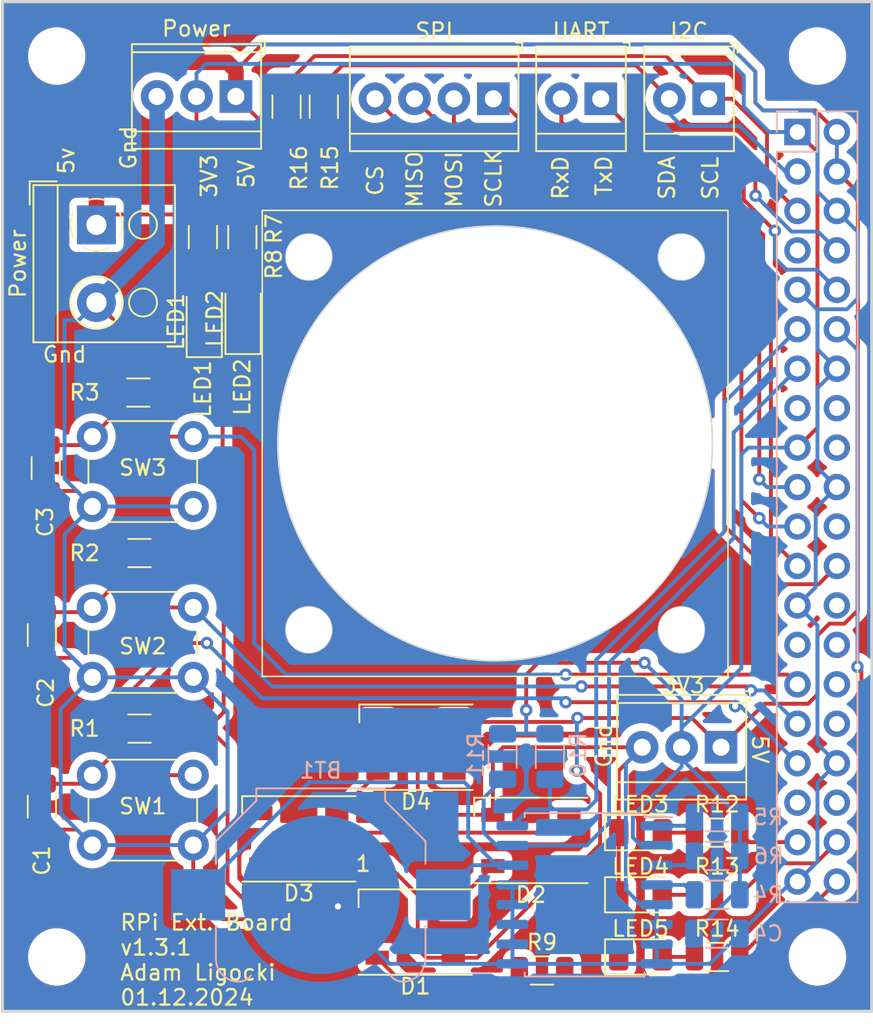
<source format=kicad_pcb>
(kicad_pcb (version 20240108) (generator "pcbnew") (generator_version "8.0")
  (layers (0 "F.Cu" signal) (31 "B.Cu" signal) (34 "B.Paste" user) (35 "F.Paste" user) (36 "B.SilkS" user "B.Silkscreen") (37 "F.SilkS" user "F.Silkscreen") (38 "B.Mask" user) (39 "F.Mask" user) (44 "Edge.Cuts" user))
  (net 0 "")
  (net 2 "Net-(D1-DIN)")
  (net 4 "BTN_1")
  (net 13 "LED_1")
  (net 14 "LED_2")
  (net 15 "VCC")
  (net 16 "Net-(D1-DOUT)")
  (net 17 "GND")
  (net 18 "RGB_LEDS")
  (net 19 "Net-(D2-DOUT)")
  (net 20 "Net-(D3-DOUT)")
  (net 22 "+3V3")
  (net 23 "BTN_2")
  (net 24 "BTN_3")
  (net 26 "SCL")
  (net 27 "SDA")
  (net 28 "TXD")
  (net 29 "RXD")
  (net 30 "MOSI")
  (net 31 "MISO")
  (net 32 "SCLK")
  (net 33 "SS")
  (net 34 "+BATT")
  (net 35 "Net-(U3-~{RST})")
  (net 36 "Net-(U3-32KHZ)")
  (net 37 "Net-(U3-~{INT}{slash}SQW)")
  (net 38 "SYS_SCL")
  (net 39 "SYS_SDA")
  (net 41 "LED 3")
  (net 42 "Net-(LED1-A)")
  (net 43 "Net-(LED2-A)")
  (net 44 "Net-(LED3-A)")
  (net 45 "Net-(LED4-A)")
  (net 46 "Net-(LED5-A)")
  (footprint "LED_SMD:LED_1206_3216Metric" (layer "F.Cu") (at 149.6 134)
    (property "Reference" "LED5")
    (property "Value" "~")
  )
  (footprint "Resistor_SMD:R_1206_3216Metric" (layer "F.Cu") (at 117.3275 108 180)
    (property "Reference" "R2")
    (property "Value" "10k")
  )
  (footprint "TerminalBlock_TE-Connectivity:TerminalBlock_TE_282834-4_1x04_P2.54mm_Horizontal" (layer "F.Cu") (at 140.12 78.75 180)
    (property "Reference" "J6" (hide yes))
    (property "Value" "SPI")
  )
  (footprint "Capacitor_SMD:C_1206_3216Metric" (layer "F.Cu") (at 111.04 124.325 -90)
    (property "Reference" "C1")
    (property "Value" "100n")
  )
  (footprint "Resistor_SMD:R_1206_3216Metric" (layer "F.Cu") (at 126.8 79.2625 90)
    (property "Reference" "R16")
    (property "Value" "2k2")
  )
  (footprint "TerminalBlock_TE-Connectivity:TerminalBlock_TE_282834-2_1x02_P2.54mm_Horizontal" (layer "F.Cu") (at 154 78.75 180)
    (property "Reference" "J4" (hide yes))
    (property "Value" "I2C")
  )
  (footprint "LED_SMD:LED_1206_3216Metric" (layer "F.Cu") (at 121.5 93.1 90)
    (property "Reference" "LED1")
    (property "Value" "~")
  )
  (footprint "Resistor_SMD:R_1206_3216Metric" (layer "F.Cu") (at 129.2 79.2625 90)
    (property "Reference" "R15")
    (property "Value" "2k2")
  )
  (footprint "my_footprint_lib:FAN_30" (layer "F.Cu") (at 155.235 85.938 180)
    (property "Reference" "U2" (hide yes))
    (property "Value" "~" (hide yes))
    (fp_circle (center 27 -3) (end 25.5 -3) (stroke (width 0.05)) (fill none) (layer "Edge.Cuts"))
    (fp_circle (center 27 -27) (end 25.5 -27) (stroke (width 0.05)) (fill none) (layer "Edge.Cuts"))
    (fp_circle (center 15 -15) (end 29 -15) (stroke (width 0.1)) (fill none) (layer "Edge.Cuts"))
    (fp_circle (center 3 -3) (end 1.5 -3) (stroke (width 0.05)) (fill none) (layer "Edge.Cuts"))
    (fp_circle (center 3 -27) (end 1.5 -27) (stroke (width 0.05)) (fill none) (layer "Edge.Cuts"))
  )
  (footprint "Capacitor_SMD:C_1206_3216Metric" (layer "F.Cu") (at 111.29 102.525 -90)
    (property "Reference" "C3")
    (property "Value" "100n")
  )
  (footprint "TerminalBlock_TE-Connectivity:TerminalBlock_TE_282834-2_1x02_P2.54mm_Horizontal" (layer "F.Cu") (at 147.04 78.75 180)
    (property "Reference" "J5" (hide yes))
    (property "Value" "UART")
  )
  (footprint "LED_SMD:LED_1206_3216Metric" (layer "F.Cu") (at 124 92.9 90)
    (property "Reference" "LED2")
    (property "Value" "~")
  )
  (footprint "MountingHole:MountingHole_3.2mm_M3" (layer "F.Cu") (at 161 76)
    (property "Reference" "H2" (hide yes))
    (property "Value" "MountingHole" (hide yes))
  )
  (footprint "Resistor_SMD:R_1206_3216Metric" (layer "F.Cu") (at 154.5375 134)
    (property "Reference" "R14")
    (property "Value" "10k")
  )
  (footprint "LED_SMD:LED_1206_3216Metric" (layer "F.Cu") (at 149.6 130)
    (property "Reference" "LED4")
    (property "Value" "~")
  )
  (footprint "LED_SMD:LED_WS2812B_PLCC4_5.0x5.0mm_P3.2mm" (layer "F.Cu") (at 127.59 126.4 180)
    (property "Reference" "D3")
    (property "Value" "WS2812B")
  )
  (footprint "LED_SMD:LED_WS2812B_PLCC4_5.0x5.0mm_P3.2mm" (layer "F.Cu") (at 142.54 126.5 180)
    (property "Reference" "D2")
    (property "Value" "WS2812B")
  )
  (footprint "Resistor_SMD:R_1206_3216Metric" (layer "F.Cu") (at 117.3275 119.3 180)
    (property "Reference" "R1")
    (property "Value" "10k")
  )
  (footprint "Resistor_SMD:R_1206_3216Metric" (layer "F.Cu") (at 121.412 87.66048 90)
    (property "Reference" "R7")
    (property "Value" "4k7")
  )
  (footprint "MountingHole:MountingHole_3.2mm_M3" (layer "F.Cu") (at 112 76)
    (property "Reference" "H1" (hide yes))
    (property "Value" "MountingHole" (hide yes))
  )
  (footprint "LED_SMD:LED_WS2812B_PLCC4_5.0x5.0mm_P3.2mm" (layer "F.Cu") (at 135.09 132.4 180)
    (property "Reference" "D1")
    (property "Value" "WS2812B")
  )
  (footprint "MountingHole:MountingHole_3.2mm_M3" (layer "F.Cu") (at 161 134)
    (property "Reference" "H3" (hide yes))
    (property "Value" "MountingHole" (hide yes))
  )
  (footprint "Capacitor_SMD:C_1206_3216Metric" (layer "F.Cu") (at 111.04 113.275 -90)
    (property "Reference" "C2")
    (property "Value" "100n")
  )
  (footprint "Resistor_SMD:R_1206_3216Metric" (layer "F.Cu") (at 143.256 134.874)
    (property "Reference" "R9")
    (property "Value" "220R")
  )
  (footprint "Resistor_SMD:R_1206_3216Metric" (layer "F.Cu") (at 154.5375 126)
    (property "Reference" "R12")
    (property "Value" "10k")
  )
  (footprint "LED_SMD:LED_WS2812B_PLCC4_5.0x5.0mm_P3.2mm" (layer "F.Cu") (at 135.14 120.5 180)
    (property "Reference" "D4")
    (property "Value" "WS2812B")
  )
  (footprint "TerminalBlock_RND:TerminalBlock_RND_205-00001_1x02_P5.00mm_Horizontal" (layer "F.Cu") (at 114.554 86.868 -90)
    (property "Reference" "J1" (hide yes))
    (property "Value" "Power")
  )
  (footprint "Resistor_SMD:R_1206_3216Metric" (layer "F.Cu") (at 123.952 87.66048 90)
    (property "Reference" "R8")
    (property "Value" "4k7")
  )
  (footprint "TerminalBlock_TE-Connectivity:TerminalBlock_TE_282834-3_1x03_P2.54mm_Horizontal" (layer "F.Cu") (at 123.54 78.6 180)
    (property "Reference" "J2" (hide yes))
    (property "Value" "Power")
  )
  (footprint "TerminalBlock_TE-Connectivity:TerminalBlock_TE_282834-3_1x03_P2.54mm_Horizontal" (layer "F.Cu") (at 154.79 120.5 180)
    (property "Reference" "J3" (hide yes))
    (property "Value" "Fan_power")
  )
  (footprint "Resistor_SMD:R_1206_3216Metric" (layer "F.Cu") (at 154.5375 130)
    (property "Reference" "R13")
    (property "Value" "10k")
  )
  (footprint "Button_Switch_THT:SW_PUSH_6mm_H5mm" (layer "F.Cu") (at 120.79 116 180)
    (property "Reference" "SW2")
    (property "Value" "SW_DIP_x01" (hide yes))
  )
  (footprint "Button_Switch_THT:SW_PUSH_6mm_H5mm" (layer "F.Cu") (at 120.79 105 180)
    (property "Reference" "SW3")
    (property "Value" "SW_DIP_x01" (hide yes))
  )
  (footprint "LED_SMD:LED_1206_3216Metric" (layer "F.Cu") (at 149.6 126)
    (property "Reference" "LED3")
    (property "Value" "~")
  )
  (footprint "Button_Switch_THT:SW_PUSH_6mm_H5mm" (layer "F.Cu") (at 120.79 126.8 180)
    (property "Reference" "SW1")
    (property "Value" "SW_DIP_x01" (hide yes))
  )
  (footprint "MountingHole:MountingHole_3.2mm_M3" (layer "F.Cu") (at 112 134)
    (property "Reference" "H4" (hide yes))
    (property "Value" "MountingHole" (hide yes))
  )
  (footprint "Resistor_SMD:R_1206_3216Metric" (layer "F.Cu") (at 117.2525 97.663 180)
    (property "Reference" "R3")
    (property "Value" "10k")
  )
  (footprint "Resistor_SMD:R_1206_3216Metric" (layer "B.Cu") (at 154.5375 127.5 180)
    (property "Reference" "R6")
    (property "Value" "4k7" (hide yes))
  )
  (footprint "Resistor_SMD:R_1206_3216Metric" (layer "B.Cu") (at 154.5375 130 180)
    (property "Reference" "R4")
    (property "Value" "4k7" (hide yes))
  )
  (footprint "Package_SO:SOIC-16W_7.5x10.3mm_P1.27mm" (layer "B.Cu") (at 146 130 180)
    (property "Reference" "U3" (hide yes))
    (property "Value" "DS3231M")
  )
  (footprint "Battery:BatteryHolder_Keystone_3000_1x12mm" (layer "B.Cu") (at 129 130 180)
    (property "Reference" "BT1")
    (property "Value" "RTC_BATT")
  )
  (footprint "Resistor_SMD:R_1206_3216Metric" (layer "B.Cu") (at 154.5375 125 180)
    (property "Reference" "R5")
    (property "Value" "4k7" (hide yes))
  )
  (footprint "Capacitor_SMD:C_1206_3216Metric" (layer "B.Cu") (at 154.525 132.5)
    (property "Reference" "C4")
    (property "Value" "100n" (hide yes))
  )
  (footprint "Connector_PinSocket_2.54mm:PinSocket_2x20_P2.54mm_Vertical" (layer "B.Cu") (at 159.71 80.89 180)
    (property "Reference" "U1" (hide yes))
    (property "Value" "~")
  )
  (footprint "Resistor_SMD:R_1206_3216Metric" (layer "B.Cu") (at 143.764 121.0965 90)
    (property "Reference" "R10")
    (property "Value" "1k8")
  )
  (footprint "Resistor_SMD:R_1206_3216Metric" (layer "B.Cu") (at 140.716 121.0965 90)
    (property "Reference" "R11")
    (property "Value" "1k8")
  )
  (gr_rect (start 108.5 72.5) (end 164.5 137.5) (stroke (width 0.2)) (fill none) (layer "Edge.Cuts"))
  (gr_text "MISO" (at 135.636 85.852 90) (layer "F.SilkS") (effects (font (size 1 1)) (justify left bottom)))
  (gr_text "SCL\n" (at 154.686 85.344 90) (layer "F.SilkS") (effects (font (size 1 1)) (justify left bottom)))
  (gr_text "Gnd" (at 117.2 83.4 90) (layer "F.SilkS") (effects (font (size 1 1)) (justify left bottom)))
  (gr_text "SDA" (at 151.892 85.344 90) (layer "F.SilkS") (effects (font (size 1 1)) (justify left bottom)))
  (gr_text "3V3" (at 150.876 117.094 0) (layer "F.SilkS") (effects (font (size 1 1)) (justify left bottom)))
  (gr_text "3V3\n" (at 122.4 85.2 90) (layer "F.SilkS") (effects (font (size 1 1)) (justify left bottom)))
  (gr_text "5v\n" (at 113.2 83.693 90) (layer "F.SilkS") (effects (font (size 1 1)) (justify left bottom)))
  (gr_text "LED2\n" (at 123.952 97.31248 90) (layer "F.SilkS") (effects (font (size 1 1))))
  (gr_text "RPi Ext. Board\nv1.3.1\nAdam Ligocki\n01.12.2024\n" (at 116 137.2 0) (layer "F.SilkS") (effects (font (size 1 1)) (justify left bottom)))
  (gr_text "RxD" (at 145.034 85.344 90) (layer "F.SilkS") (effects (font (size 1 1)) (justify left bottom)))
  (gr_text "Gnd" (at 147.828 121.92 90) (layer "F.SilkS") (effects (font (size 1 1)) (justify left bottom)))
  (gr_text "SCLK" (at 140.716 85.852 90) (layer "F.SilkS") (effects (font (size 1 1)) (justify left bottom)))
  (gr_text "TxD" (at 147.828 85.09 90) (layer "F.SilkS") (effects (font (size 1 1)) (justify left bottom)))
  (gr_text "Gnd" (at 111 95.8 0) (layer "F.SilkS") (effects (font (size 1 1)) (justify left bottom)))
  (gr_text "5V" (at 156.718 119.634 -90) (layer "F.SilkS") (effects (font (size 1 1)) (justify left bottom)))
  (gr_text "MOSI" (at 138.176 85.852 90) (layer "F.SilkS") (effects (font (size 1 1)) (justify left bottom)))
  (gr_text "5V\n" (at 124.8 84.6 90) (layer "F.SilkS") (effects (font (size 1 1)) (justify left bottom)))
  (gr_text "CS" (at 133.096 85.09 90) (layer "F.SilkS") (effects (font (size 1 1)) (justify left bottom)))
  (gr_text "LED1\n" (at 121.412 97.43948 90) (layer "F.SilkS") (effects (font (size 1 1))))
  (segment (start 134.112 135.522) (end 132.64 134.05) (width 0.25) (layer "F.Cu") (net 2))
  (segment (start 141.0315 135.636) (end 134.112 135.636) (width 0.25) (layer "F.Cu") (net 2))
  (segment (start 141.7935 134.874) (end 141.0315 135.636) (width 0.25) (layer "F.Cu") (net 2))
  (segment (start 134.112 135.636) (end 134.112 135.522) (width 0.25) (layer "F.Cu") (net 2))
  (segment (start 144.78 117.602) (end 155.448 117.602) (width 0.25) (layer "F.Cu") (net 4))
  (segment (start 117.44 122.3) (end 120.79 122.3) (width 0.25) (layer "F.Cu") (net 4))
  (segment (start 115.865 120.725) (end 117.44 122.3) (width 0.25) (layer "F.Cu") (net 4))
  (segment (start 115.865 119.3) (end 115.865 120.725) (width 0.25) (layer "F.Cu") (net 4))
  (segment (start 117.856 115.824) (end 119.888 113.792) (width 0.25) (layer "F.Cu") (net 4))
  (segment (start 115.865 120.725) (end 114.29 122.3) (width 0.25) (layer "F.Cu") (net 4))
  (segment (start 119.888 113.792) (end 121.666 113.792) (width 0.25) (layer "F.Cu") (net 4))
  (segment (start 115.865 119.3) (end 115.865 117.815) (width 0.25) (layer "F.Cu") (net 4))
  (segment (start 113.74 122.85) (end 114.29 122.3) (width 0.25) (layer "F.Cu") (net 4))
  (segment (start 111.04 122.85) (end 113.74 122.85) (width 0.25) (layer "F.Cu") (net 4))
  (segment (start 155.448 117.602) (end 155.702 117.856) (width 0.25) (layer "F.Cu") (net 4))
  (segment (start 115.865 117.815) (end 117.856 115.824) (width 0.25) (layer "F.Cu") (net 4))
  (via (at 121.666 113.792) (size 0.8) (drill 0.4) (layers "F.Cu" "B.Cu") (net 4))
  (via (at 144.78 117.602) (size 0.8) (drill 0.4) (layers "F.Cu" "B.Cu") (net 4))
  (via (at 155.702 117.856) (size 0.8) (drill 0.4) (layers "F.Cu" "B.Cu") (net 4))
  (segment (start 156.036 117.856) (end 159.71 121.53) (width 0.25) (layer "B.Cu") (net 4))
  (segment (start 144.526 117.348) (end 144.78 117.602) (width 0.25) (layer "B.Cu") (net 4))
  (segment (start 155.702 117.856) (end 156.036 117.856) (width 0.25) (layer "B.Cu") (net 4))
  (segment (start 121.666 113.792) (end 125.222 117.348) (width 0.25) (layer "B.Cu") (net 4))
  (segment (start 125.222 117.348) (end 144.526 117.348) (width 0.25) (layer "B.Cu") (net 4))
  (segment (start 156 126) (end 156.61 126.61) (width 0.25) (layer "F.Cu") (net 13))
  (segment (start 156.61 126.61) (end 159.71 126.61) (width 0.25) (layer "F.Cu") (net 13))
  (segment (start 160.885 127.975) (end 162.25 126.61) (width 0.25) (layer "F.Cu") (net 14))
  (segment (start 156 130) (end 158.025 127.975) (width 0.25) (layer "F.Cu") (net 14))
  (segment (start 158.025 127.975) (end 160.885 127.975) (width 0.25) (layer "F.Cu") (net 14))
  (segment (start 145.6 128.15) (end 144.99 128.15) (width 0.25) (layer "F.Cu") (net 15))
  (segment (start 123.54 76.94) (end 123.54 78.6) (width 1) (layer "F.Cu") (net 15))
  (segment (start 160.86 79.5) (end 157.5 79.5) (width 0.25) (layer "F.Cu") (net 15))
  (segment (start 162.25 80.89) (end 160.86 79.5) (width 0.25) (layer "F.Cu") (net 15))
  (segment (start 147 126.75) (end 145.6 128.15) (width 0.25) (layer "F.Cu") (net 15))
  (segment (start 122.682 106.932) (end 122.75 107) (width 0.25) (layer "F.Cu") (net 15))
  (segment (start 121.7 119.3) (end 122.75 118.25) (width 0.25) (layer "F.Cu") (net 15))
  (segment (start 115.22402 86.19798) (end 114.554 86.868) (width 0.25) (layer "F.Cu") (net 15))
  (segment (start 162.736701 112.545) (end 163.6 111.681701) (width 0.25) (layer "F.Cu") (net 15))
  (segment (start 117.8 76.4) (end 123 76.4) (width 1) (layer "F.Cu") (net 15))
  (segment (start 133.3 128.05) (end 135.25 130) (width 0.25) (layer "F.Cu") (net 15))
  (segment (start 123 120.5) (end 123 129.25) (width 0.25) (layer "F.Cu") (net 15))
  (segment (start 118.715 97.663) (end 122.301 97.663) (width 0.25) (layer "F.Cu") (net 15))
  (segment (start 122.682 98.044) (end 122.682 106.932) (width 0.25) (layer "F.Cu") (net 15))
  (segment (start 157 77) (end 155.25 75.25) (width 0.25) (layer "F.Cu") (net 15))
  (segment (start 139.378 118.872) (end 137.59 120.66) (width 0.25) (layer "F.Cu") (net 15))
  (segment (start 163.6 84.78) (end 162.25 83.43) (width 0.25) (layer "F.Cu") (net 15))
  (segment (start 121.412 86.19798) (end 115.22402 86.19798) (width 0.25) (layer "F.Cu") (net 15))
  (segment (start 121.7 119.3) (end 121.75 119.25) (width 0.25) (layer "F.Cu") (net 15))
  (segment (start 137.54 134.05) (end 139.09 134.05) (width 0.25) (layer "F.Cu") (net 15))
  (segment (start 157.5 79.5) (end 157 79) (width 0.25) (layer "F.Cu") (net 15))
  (segment (start 126.8 80.725) (end 125.665 80.725) (width 0.25) (layer "F.Cu") (net 15))
  (segment (start 145.542 118.618) (end 145.288 118.872) (width 0.25) (layer "F.Cu") (net 15))
  (segment (start 163.6 111.681701) (end 163.6 84.78) (width 0.25) (layer "F.Cu") (net 15))
  (segment (start 147 123.5) (end 147 126.75) (width 0.25) (layer "F.Cu") (net 15))
  (segment (start 154.79 120.5) (end 152.908 118.618) (width 0.25) (layer "F.Cu") (net 15))
  (segment (start 125.665 80.725) (end 123.54 78.6) (width 0.25) (layer "F.Cu") (net 15))
  (segment (start 114.554 79.646) (end 117.8 76.4) (width 1) (layer "F.Cu") (net 15))
  (segment (start 123 129.25) (end 124 130.25) (width 0.25) (layer "F.Cu") (net 15))
  (segment (start 157 79) (end 157 77) (width 0.25) (layer "F.Cu") (net 15))
  (segment (start 118.79 119.3) (end 121.7 119.3) (width 0.25) (layer "F.Cu") (net 15))
  (segment (start 161.763299 112.545) (end 162.736701 112.545) (width 0.25) (layer "F.Cu") (net 15))
  (segment (start 137.59 120.66) (end 137.59 122.15) (width 0.25) (layer "F.Cu") (net 15))
  (segment (start 161 113.308299) (end 161.763299 112.545) (width 0.25) (layer "F.Cu") (net 15))
  (segment (start 122.75 109) (end 121.75 108) (width 0.25) (layer "F.Cu") (net 15))
  (segment (start 139.09 134.05) (end 144.99 128.15) (width 0.25) (layer "F.Cu") (net 15))
  (segment (start 122.75 118.25) (end 122.75 109) (width 0.25) (layer "F.Cu") (net 15))
  (segment (start 125.23 75.25) (end 123.54 76.94) (width 0.25) (layer "F.Cu") (net 15))
  (segment (start 135.25 133.5) (end 135.8 134.05) (width 0.25) (layer "F.Cu") (net 15))
  (segment (start 154.79 120.5) (end 157.59 117.7) (width 0.25) (layer "F.Cu") (net 15))
  (segment (start 145.5 122) (end 147 123.5) (width 0.25) (layer "F.Cu") (net 15))
  (segment (start 122.301 97.663) (end 122.682 98.044) (width 0.25) (layer "F.Cu") (net 15))
  (segment (start 123 76.4) (end 123.54 76.94) (width 1) (layer "F.Cu") (net 15))
  (segment (start 124 130.25) (end 127.84 130.25) (width 0.25) (layer "F.Cu") (net 15))
  (segment (start 160.4 117.7) (end 161 117.1) (width 0.25) (layer "F.Cu") (net 15))
  (segment (start 121.75 119.25) (end 123 120.5) (width 0.25) (layer "F.Cu") (net 15))
  (segment (start 157.59 117.7) (end 160.4 117.7) (width 0.25) (layer "F.Cu") (net 15))
  (segment (start 121.75 108) (end 122.75 107) (width 0.25) (layer "F.Cu") (net 15))
  (segment (start 152.908 118.618) (end 145.542 118.618) (width 0.25) (layer "F.Cu") (net 15))
  (segment (start 121.75 108) (end 118.79 108) (width 0.25) (layer "F.Cu") (net 15))
  (segment (start 127.84 130.25) (end 130.04 128.05) (width 0.25) (layer "F.Cu") (net 15))
  (segment (start 123.952 78.838) (end 124.04 78.75) (width 0.25) (layer "F.Cu") (net 15))
  (segment (start 129.2 80.725) (end 126.8 80.725) (width 0.25) (layer "F.Cu") (net 15))
  (segment (start 135.8 134.05) (end 137.54 134.05) (width 0.25) (layer "F.Cu") (net 15))
  (segment (start 114.554 86.868) (end 114.554 79.646) (width 1) (layer "F.Cu") (net 15))
  (segment (start 130.04 128.05) (end 133.3 128.05) (width 0.25) (layer "F.Cu") (net 15))
  (segment (start 161 117.1) (end 161 113.308299) (width 0.25) (layer "F.Cu") (net 15))
  (segment (start 155.25 75.25) (end 125.23 75.25) (width 0.25) (layer "F.Cu") (net 15))
  (segment (start 145.288 118.872) (end 139.378 118.872) (width 0.25) (layer "F.Cu") (net 15))
  (segment (start 135.25 130) (end 135.25 133.5) (width 0.25) (layer "F.Cu") (net 15))
  (via (at 145.5 122) (size 0.8) (drill 0.4) (layers "F.Cu" "B.Cu") (net 15))
  (via (at 145.542 118.618) (size 0.8) (drill 0.4) (layers "F.Cu" "B.Cu") (net 15))
  (segment (start 145.5 118.66) (end 145.542 118.618) (width 0.25) (layer "B.Cu") (net 15))
  (segment (start 145.5 122) (end 145.5 118.66) (width 0.25) (layer "B.Cu") (net 15))
  (segment (start 162.25 80.89) (end 162.25 83.43) (width 0.25) (layer "B.Cu") (net 15))
  (segment (start 137.54 130.75) (end 137.54 130.7) (width 0.25) (layer "F.Cu") (net 16))
  (segment (start 137.54 130.7) (end 140.09 128.15) (width 0.25) (layer "F.Cu") (net 16))
  (segment (start 120.79 129.68) (end 120.79 126.8) (width 0.25) (layer "F.Cu") (net 17))
  (segment (start 148.2 126) (end 148.2 130) (width 0.25) (layer "F.Cu") (net 17))
  (segment (start 129.286 131.572) (end 122.682 131.572) (width 0.25) (layer "F.Cu") (net 17))
  (segment (start 135.25 123.25) (end 137 125) (width 0.25) (layer "F.Cu") (net 17))
  (segment (start 148.2 122.01) (end 149.71 120.5) (width 0.25) (layer "F.Cu") (net 17))
  (segment (start 111.04 114.75) (end 113.04 114.75) (width 0.25) (layer "F.Cu") (net 17))
  (segment (start 113.04 114.75) (end 114.29 116) (width 0.25) (layer "F.Cu") (net 17))
  (segment (start 113.29 104) (end 114.29 105) (width 0.25) (layer "F.Cu") (net 17))
  (segment (start 140.09 121.16) (end 140.75 120.5) (width 0.25) (layer "F.Cu") (net 17))
  (segment (start 130.108 130.75) (end 129.286 131.572) (width 0.25) (layer "F.Cu") (net 17))
  (segment (start 122.682 131.572) (end 120.79 129.68) (width 0.25) (layer "F.Cu") (net 17))
  (segment (start 111.29 104) (end 113.29 104) (width 0.25) (layer "F.Cu") (net 17))
  (segment (start 148.2 130) (end 148.2 134) (width 0.25) (layer "F.Cu") (net 17))
  (segment (start 126.65 118.85) (end 132.69 118.85) (width 0.25) (layer "F.Cu") (net 17))
  (segment (start 121.412 94.742) (end 117.428 94.742) (width 0.25) (layer "F.Cu") (net 17))
  (segment (start 137 125) (end 137.15 124.85) (width 0.25) (layer "F.Cu") (net 17))
  (segment (start 140.09 124.85) (end 140.09 121.16) (width 0.25) (layer "F.Cu") (net 17))
  (segment (start 132.64 130.75) (end 130.108 130.75) (width 0.25) (layer "F.Cu") (net 17))
  (segment (start 123.952 94.742) (end 121.412 94.742) (width 0.25) (layer "F.Cu") (net 17))
  (segment (start 140.75 120.5) (end 149.71 120.5) (width 0.25) (layer "F.Cu") (net 17))
  (segment (start 125.14 120.36) (end 126.65 118.85) (width 0.25) (layer "F.Cu") (net 17))
  (segment (start 148.2 126) (end 148.2 122.01) (width 0.25) (layer "F.Cu") (net 17))
  (segment (start 111.04 125.8) (end 113.29 125.8) (width 0.25) (layer "F.Cu") (net 17))
  (segment (start 125.14 124.75) (end 125.14 120.36) (width 0.25) (layer "F.Cu") (net 17))
  (segment (start 133.6 118.85) (end 135.25 120.5) (width 0.25) (layer "F.Cu") (net 17))
  (segment (start 137.15 124.85) (end 140.09 124.85) (width 0.25) (layer "F.Cu") (net 17))
  (segment (start 135.25 120.5) (end 135.25 123.25) (width 0.25) (layer "F.Cu") (net 17))
  (segment (start 113.29 125.8) (end 114.29 126.8) (width 0.25) (layer "F.Cu") (net 17))
  (segment (start 132.69 118.85) (end 133.6 118.85) (width 0.25) (layer "F.Cu") (net 17))
  (segment (start 117.428 94.742) (end 114.554 91.868) (width 0.25) (layer "F.Cu") (net 17))
  (via (at 130.108 130.75) (size 0.8) (drill 0.4) (layers "F.Cu" "B.Cu") (net 17))
  (segment (start 156 132.5) (end 159.35 129.15) (width 0.25) (layer "B.Cu") (net 17))
  (segment (start 161 112.66) (end 161 120.28) (width 0.25) (layer "B.Cu") (net 17))
  (segment (start 161 120.28) (end 162.25 121.53) (width 0.25) (layer "B.Cu") (net 17))
  (segment (start 163.6 87.32) (end 163.6 91.6) (width 0.25) (layer "B.Cu") (net 17))
  (segment (start 118.46 87.962) (end 118.46 78.6) (width 1) (layer "B.Cu") (net 17))
  (segment (start 162.25 85.97) (end 161 84.72) (width 0.25) (layer "B.Cu") (net 17))
  (segment (start 120.79 126.8) (end 114.29 126.8) (width 0.25) (layer "B.Cu") (net 17))
  (segment (start 118.311 88.111) (end 114.554 91.868) (width 1) (layer "B.Cu") (net 17))
  (segment (start 148.66 129.669999) (end 148.66 121.55) (width 0.25) (layer "B.Cu") (net 17))
  (segment (start 161 122.78) (end 161 127.86) (width 0.25) (layer "B.Cu") (net 17))
  (segment (start 159.35 129.15) (end 159.71 129.15) (width 0.25) (layer "B.Cu") (net 17))
  (segment (start 162.25 121.53) (end 161 122.78) (width 0.25) (layer "B.Cu") (net 17))
  (segment (start 123 118.21) (end 123 119.25) (width 0.25) (layer "B.Cu") (net 17))
  (segment (start 141.35 134.445) (end 150.65 134.445) (width 0.25) (layer "B.Cu") (net 17))
  (segment (start 112.54 114.25) (end 112.5 114.25) (width 0.25) (layer "B.Cu") (net 17))
  (segment (start 150.65 130.635) (end 149.625001 130.635) (width 0.25) (layer "B.Cu") (net 17))
  (segment (start 160.885 92.225) (end 159.71 91.05) (width 0.25) (layer "B.Cu") (net 17))
  (segment (start 160.67 79.5) (end 157.5 79.5) (width 0.25) (layer "B.Cu") (net 17))
  (segment (start 161 127.86) (end 159.71 129.15) (width 0.25) (layer "B.Cu") (net 17))
  (segment (start 141.35 130.635) (end 141.35 131.905) (width 0.25) (layer "B.Cu") (net 17))
  (segment (start 157 77) (end 155.25 75.25) (width 0.25) (layer "B.Cu") (net 17))
  (segment (start 160.885 105.115) (end 162.25 103.75) (width 0.25) (layer "B.Cu") (net 17))
  (segment (start 120.79 116) (end 123 118.21) (width 0.25) (layer "B.Cu") (net 17))
  (segment (start 150.65 134.445) (end 154.055 134.445) (width 0.25) (layer "B.Cu") (net 17))
  (segment (start 141.35 133.175) (end 141.35 134.445) (width 0.25) (layer "B.Cu") (net 17))
  (segment (start 112.5 106.79) (end 114.29 105) (width 0.25) (layer "B.Cu") (net 17))
  (segment (start 155.25 75.25) (end 122 75.25) (width 0.25) (layer "B.Cu") (net 17))
  (segment (start 141.35 129.365) (end 141.35 130.635) (width 0.25) (layer "B.Cu") (net 17))
  (segment (start 114.29 105) (end 112.5 103.21) (width 0.25) (layer "B.Cu") (net 17))
  (segment (start 150.65 134.445) (end 150.65 133.175) (width 0.25) (layer "B.Cu") (net 17))
  (segment (start 162.25 85.97) (end 163.6 87.32) (width 0.25) (layer "B.Cu") (net 17))
  (segment (start 120.79 116) (end 114.29 116) (width 0.25) (layer "B.Cu") (net 17))
  (segment (start 161 84.72) (end 161 79.83) (width 0.25) (layer "B.Cu") (net 17))
  (segment (start 161 94.88) (end 161 92.34) (width 0.25) (layer "B.Cu") (net 17))
  (segment (start 133.445 134.445) (end 141.35 134.445) (width 0.25) (layer "B.Cu") (net 17))
  (segment (start 157 79) (end 157 77) (width 0.25) (layer "B.Cu") (net 17))
  (segment (start 113.422 93) (end 114.554 91.868) (width 0.25) (layer "B.Cu") (net 17))
  (segment (start 160.885 110.195) (end 160.885 105.115) (width 0.25) (layer "B.Cu") (net 17))
  (segment (start 161 102.5) (end 161 97.38) (width 0.25) (layer "B.Cu") (net 17))
  (segment (start 123 124.59) (end 123 119.25) (width 0.25) (layer "B.Cu") (net 17))
  (segment (start 150.65 130.635) (end 150.65 131.905) (width 0.25) (layer "B.Cu") (net 17))
  (segment (start 162.25 103.75) (end 161 102.5) (width 0.25) (layer "B.Cu") (net 17))
  (segment (start 161 79.83) (end 160.67 79.5) (width 0.25) (layer "B.Cu") (net 17))
  (segment (start 112.25 118.04) (end 114.29 116) (width 0.25) (layer "B.Cu") (net 17))
  (segment (start 112.5 93) (end 113.422 93) (width 0.25) (layer "B.Cu") (net 17))
  (segment (start 154.055 134.445) (end 156 132.5) (width 0.25) (layer "B.Cu") (net 17))
  (segment (start 149.625001 130.635) (end 148.66 129.669999) (width 0.25) (layer "B.Cu") (net 17))
  (segment (start 159.71 111.37) (end 160.885 110.195) (width 0.25) (layer "B.Cu") (net 17))
  (segment (start 114.29 116) (end 112.54 114.25) (width 0.25) (layer "B.Cu") (net 17))
  (segment (start 148.66 121.55) (end 149.71 120.5) (width 0.25) (layer "B.Cu") (net 17))
  (segment (start 150.65 133.175) (end 150.65 131.905) (width 0.25) (layer "B.Cu") (net 17))
  (segment (start 120.79 105) (end 114.29 105) (width 0.25) (layer "B.Cu") (net 17))
  (segment (start 112.5 114.25) (end 112.5 106.79) (width 0.25) (layer "B.Cu") (net 17))
  (segment (start 112.25 124.76) (end 112.25 118.04) (width 0.25) (layer "B.Cu") (net 17))
  (segment (start 159.71 111.37) (end 161 112.66) (width 0.25) (layer "B.Cu") (net 17))
  (segment (start 162.97 85.97) (end 162.25 85.97) (width 0.25) (layer "B.Cu") (net 17))
  (segment (start 162.25 96.13) (end 161 94.88) (width 0.25) (layer "B.Cu") (net 17))
  (segment (start 133.445 134.445) (end 129 130) (width 0.25) (layer "B.Cu") (net 17))
  (segment (start 114.29 126.8) (end 112.25 124.76) (width 0.25) (layer "B.Cu") (net 17))
  (segment (start 161 97.38) (end 162.25 96.13) (width 0.25) (layer "B.Cu") (net 17))
  (segment (start 112.5 103.21) (end 112.5 93) (width 0.25) (layer "B.Cu") (net 17))
  (segment (start 163.6 91.6) (end 162.9 92.3) (width 0.25) (layer "B.Cu") (net 17))
  (segment (start 161 92.34) (end 160.885 92.225) (width 0.25) (layer "B.Cu") (net 17))
  (segment (start 120.79 126.8) (end 123 124.59) (width 0.25) (layer "B.Cu") (net 17))
  (segment (start 160.96 92.3) (end 160.885 92.225) (width 0.25) (layer "B.Cu") (net 17))
  (segment (start 162.9 92.3) (end 160.96 92.3) (width 0.25) (layer "B.Cu") (net 17))
  (segment (start 157.5 79.5) (end 157 79) (width 0.25) (layer "B.Cu") (net 17))
  (segment (start 141.35 131.905) (end 141.35 133.175) (width 0.25) (layer "B.Cu") (net 17))
  (segment (start 118.311 88.111) (end 118.46 87.962) (width 1) (layer "B.Cu") (net 17))
  (segment (start 157.5 136) (end 145.8445 136) (width 0.25) (layer "F.Cu") (net 18))
  (segment (start 145.8445 136) (end 144.7185 134.874) (width 0.25) (layer "F.Cu") (net 18))
  (segment (start 163.83 130.048) (end 162.378 131.5) (width 0.25) (layer "F.Cu") (net 18))
  (segment (start 158.5 132.5) (end 158.5 135) (width 0.25) (layer "F.Cu") (net 18))
  (segment (start 159.5 131.5) (end 158.5 132.5) (width 0.25) (layer "F.Cu") (net 18))
  (segment (start 163.83 115.57) (end 163.83 130.048) (width 0.25) (layer "F.Cu") (net 18))
  (segment (start 158.5 135) (end 157.5 136) (width 0.25) (layer "F.Cu") (net 18))
  (segment (start 163.576 115.316) (end 163.83 115.57) (width 0.25) (layer "F.Cu") (net 18))
  (segment (start 162.378 131.5) (end 159.5 131.5) (width 0.25) (layer "F.Cu") (net 18))
  (via (at 163.576 115.316) (size 0.8) (drill 0.4) (layers "F.Cu" "B.Cu") (net 18))
  (segment (start 163.576 115.316) (end 163.576 94.916) (width 0.25) (layer "B.Cu") (net 18))
  (segment (start 163.576 94.916) (end 162.25 93.59) (width 0.25) (layer "B.Cu") (net 18))
  (segment (start 145 125.5) (end 144.99 125.49) (width 0.25) (layer "F.Cu") (net 19))
  (segment (start 125.14 126.86) (end 126 126) (width 0.25) (layer "F.Cu") (net 19))
  (segment (start 144.99 125.49) (end 144.99 124.85) (width 0.25) (layer "F.Cu") (net 19))
  (segment (start 125.14 128.05) (end 125.14 126.86) (width 0.25) (layer "F.Cu") (net 19))
  (segment (start 144.5 126) (end 145 125.5) (width 0.25) (layer "F.Cu") (net 19))
  (segment (start 126 126) (end 144.5 126) (width 0.25) (layer "F.Cu") (net 19))
  (segment (start 130.09 124.75) (end 132.69 122.15) (width 0.25) (layer "F.Cu") (net 20))
  (segment (start 130.04 124.75) (end 130.09 124.75) (width 0.25) (layer "F.Cu") (net 20))
  (segment (start 143.002 115.062) (end 149.86 115.062) (width 0.25) (layer "F.Cu") (net 22))
  (segment (start 142.24 118.11) (end 142.24 117.094) (width 0.25) (layer "F.Cu") (net 22))
  (segment (start 121 83.24598) (end 121 78.6) (width 0.25) (layer "F.Cu") (net 22))
  (segment (start 161 82.18) (end 161 99.92) (width 0.25) (layer "F.Cu") (net 22))
  (segment (start 123.952 86.19798) (end 121 83.24598) (width 0.25) (layer "F.Cu") (net 22))
  (segment (start 161 99.92) (end 159.71 101.21) (width 0.25) (layer "F.Cu") (net 22))
  (segment (start 159.71 80.89) (end 161 82.18) (width 0.25) (layer "F.Cu") (net 22))
  (segment (start 142.24 117.094) (end 142.24 115.824) (width 0.25) (layer "F.Cu") (net 22))
  (segment (start 142.24 115.824) (end 143.002 115.062) (width 0.25) (layer "F.Cu") (net 22))
  (via (at 142.24 118.11) (size 0.8) (drill 0.4) (layers "F.Cu" "B.Cu") (net 22))
  (via (at 149.86 115.062) (size 0.8) (drill 0.4) (layers "F.Cu" "B.Cu") (net 22))
  (segment (start 156 130) (end 156 127.5) (width 0.25) (layer "B.Cu") (net 22))
  (segment (start 156.54 101.21) (end 159.71 101.21) (width 0.25) (layer "B.Cu") (net 22))
  (segment (start 156.1 115.4) (end 156.1 101.65) (width 0.25) (layer "B.Cu") (net 22))
  (segment (start 155.5 76.5) (end 121.615076 76.5) (width 0.25) (layer "B.Cu") (net 22))
  (segment (start 152.25 117.452) (end 152.25 119.25) (width 0.25) (layer "B.Cu") (net 22))
  (segment (start 155.55 130) (end 156 130) (width 0.25) (layer "B.Cu") (net 22))
  (segment (start 159.71 80.89) (end 157.89 80.89) (width 0.25) (layer "B.Cu") (net 22))
  (segment (start 156.25 77.25) (end 155.5 76.5) (width 0.25) (layer "B.Cu") (net 22))
  (segment (start 152.25 120.5) (end 152.25 121.25) (width 0.25) (layer "B.Cu") (net 22))
  (segment (start 152.25 121.75) (end 152.25 120.5) (width 0.25) (layer "B.Cu") (net 22))
  (segment (start 156.25 79.25) (end 156.25 77.25) (width 0.25) (layer "B.Cu") (net 22))
  (segment (start 149.11 124.89) (end 152.25 121.75) (width 0.25) (layer "B.Cu") (net 22))
  (segment (start 152.25 120.5) (end 152.25 119.25) (width 0.25) (layer "B.Cu") (net 22))
  (segment (start 121 77.115076) (end 121 78.6) (width 0.25) (layer "B.Cu") (net 22))
  (segment (start 149.11 126.309999) (end 149.11 124.89) (width 0.25) (layer "B.Cu") (net 22))
  (segment (start 152.25 121.25) (end 156 125) (width 0.25) (layer "B.Cu") (net 22))
  (segment (start 121.615076 76.5) (end 121 77.115076) (width 0.25) (layer "B.Cu") (net 22))
  (segment (start 149.625001 126.825) (end 149.11 126.309999) (width 0.25) (layer "B.Cu") (net 22))
  (segment (start 150.65 126.825) (end 149.625001 126.825) (width 0.25) (layer "B.Cu") (net 22))
  (segment (start 156.1 101.65) (end 156.54 101.21) (width 0.25) (layer "B.Cu") (net 22))
  (segment (start 143.51 119.634) (end 142.24 119.634) (width 0.25) (layer "B.Cu") (net 22))
  (segment (start 152.25 119.25) (end 156.1 115.4) (width 0.25) (layer "B.Cu") (net 22))
  (segment (start 156 127.5) (end 156 125) (width 0.25) (layer "B.Cu") (net 22))
  (segment (start 140.716 119.634) (end 142.24 119.634) (width 0.25) (layer "B.Cu") (net 22))
  (segment (start 142.24 119.634) (end 142.24 118.11) (width 0.25) (layer "B.Cu") (net 22))
  (segment (start 149.86 115.062) (end 152.25 117.452) (width 0.25) (layer "B.Cu") (net 22))
  (segment (start 121.66 78.54) (end 121.66 78.75) (width 0.25) (layer "B.Cu") (net 22))
  (segment (start 153.05 132.5) (end 155.55 130) (width 0.25) (layer "B.Cu") (net 22))
  (segment (start 157.89 80.89) (end 156.25 79.25) (width 0.25) (layer "B.Cu") (net 22))
  (segment (start 117.44 111.5) (end 120.79 111.5) (width 0.25) (layer "F.Cu") (net 23))
  (segment (start 115.865 109.925) (end 114.29 111.5) (width 0.25) (layer "F.Cu") (net 23))
  (segment (start 156.464 116.586) (end 156.718 116.84) (width 0.25) (layer "F.Cu") (net 23))
  (segment (start 111.04 111.8) (end 113.99 111.8) (width 0.25) (layer "F.Cu") (net 23))
  (segment (start 115.865 108) (end 115.865 109.925) (width 0.25) (layer "F.Cu") (net 23))
  (segment (start 115.865 109.925) (end 117.44 111.5) (width 0.25) (layer "F.Cu") (net 23))
  (segment (start 113.99 111.8) (end 114.29 111.5) (width 0.25) (layer "F.Cu") (net 23))
  (segment (start 145.796 116.586) (end 156.464 116.586) (width 0.25) (layer "F.Cu") (net 23))
  (via (at 156.718 116.84) (size 0.8) (drill 0.4) (layers "F.Cu" "B.Cu") (net 23))
  (via (at 145.796 116.586) (size 0.8) (drill 0.4) (layers "F.Cu" "B.Cu") (net 23))
  (segment (start 120.79 111.5) (end 125.876 116.586) (width 0.25) (layer "B.Cu") (net 23))
  (segment (start 157.56 116.84) (end 159.71 118.99) (width 0.25) (layer "B.Cu") (net 23))
  (segment (start 156.718 116.84) (end 157.56 116.84) (width 0.25) (layer "B.Cu") (net 23))
  (segment (start 125.876 116.586) (end 128.524 116.586) (width 0.25) (layer "B.Cu") (net 23))
  (segment (start 128.524 116.586) (end 145.796 116.586) (width 0.25) (layer "B.Cu") (net 23))
  (segment (start 111.29 101.05) (end 113.74 101.05) (width 0.25) (layer "F.Cu") (net 24))
  (segment (start 113.74 101.05) (end 114.29 100.5) (width 0.25) (layer "F.Cu") (net 24))
  (segment (start 115.79 99) (end 114.29 100.5) (width 0.25) (layer "F.Cu") (net 24))
  (segment (start 115.79 99) (end 117.29 100.5) (width 0.25) (layer "F.Cu") (net 24))
  (segment (start 159.084 115.824) (end 159.71 116.45) (width 0.25) (layer "F.Cu") (net 24))
  (segment (start 144.78 115.824) (end 159.084 115.824) (width 0.25) (layer "F.Cu") (net 24))
  (segment (start 117.29 100.5) (end 120.79 100.5) (width 0.25) (layer "F.Cu") (net 24))
  (segment (start 115.79 97.663) (end 115.79 99) (width 0.25) (layer "F.Cu") (net 24))
  (via (at 144.78 115.824) (size 0.8) (drill 0.4) (layers "F.Cu" "B.Cu") (net 24))
  (segment (start 127 115.824) (end 144.78 115.824) (width 0.25) (layer "B.Cu") (net 24))
  (segment (start 126.746 115.824) (end 127 115.824) (width 0.25) (layer "B.Cu") (net 24))
  (segment (start 124.714 113.792) (end 126.746 115.824) (width 0.25) (layer "B.Cu") (net 24))
  (segment (start 123.868 100.5) (end 124.714 101.346) (width 0.25) (layer "B.Cu") (net 24))
  (segment (start 124.714 101.346) (end 124.714 113.792) (width 0.25) (layer "B.Cu") (net 24))
  (segment (start 120.79 100.5) (end 123.868 100.5) (width 0.25) (layer "B.Cu") (net 24))
  (segment (start 154 78.75) (end 155.5 78.75) (width 0.25) (layer "F.Cu") (net 26))
  (segment (start 155.5 78.75) (end 157.75 81) (width 0.25) (layer "F.Cu") (net 26))
  (segment (start 157.75 81) (end 157.75 84.01) (width 0.25) (layer "F.Cu") (net 26))
  (segment (start 126.8 77.8) (end 128.6 76) (width 0.25) (layer "F.Cu") (net 26))
  (segment (start 157.75 84.01) (end 159.71 85.97) (width 0.25) (layer "F.Cu") (net 26))
  (segment (start 151.25 76) (end 154 78.75) (width 0.25) (layer "F.Cu") (net 26))
  (segment (start 128.6 76) (end 151.25 76) (width 0.25) (layer "F.Cu") (net 26))
  (segment (start 129.2 77.8) (end 130.4 76.6) (width 0.25) (layer "F.Cu") (net 27))
  (segment (start 130.4 76.6) (end 149.31 76.6) (width 0.25) (layer "F.Cu") (net 27))
  (segment (start 149.31 76.6) (end 151.46 78.75) (width 0.25) (layer "F.Cu") (net 27))
  (segment (start 159.71 83.43) (end 158.93 83.43) (width 0.25) (layer "B.Cu") (net 27))
  (segment (start 151.46 79.71) (end 151.46 78.75) (width 0.25) (layer "B.Cu") (net 27))
  (segment (start 158.93 83.43) (end 156 80.5) (width 0.25) (layer "B.Cu") (net 27))
  (segment (start 156 80.5) (end 152.25 80.5) (width 0.25) (layer "B.Cu") (net 27))
  (segment (start 152.25 80.5) (end 151.46 79.71) (width 0.25) (layer "B.Cu") (net 27))
  (segment (start 157 83) (end 157 85) (width 0.25) (layer "F.Cu") (net 28))
  (segment (start 155.5 81.5) (end 157 83) (width 0.25) (layer "F.Cu") (net 28))
  (segment (start 149.79 81.5) (end 155.5 81.5) (width 0.25) (layer "F.Cu") (net 28))
  (segment (start 157 85) (end 157.012653 84.987347) (width 0.25) (layer "F.Cu") (net 28))
  (segment (start 147.04 78.75) (end 149.79 81.5) (width 0.25) (layer "F.Cu") (net 28))
  (via (at 157.012653 84.987347) (size 0.8) (drill 0.4) (layers "F.Cu" "B.Cu") (net 28))
  (segment (start 157.012653 84.987347) (end 159.325306 87.3) (width 0.25) (layer "B.Cu") (net 28))
  (segment (start 159.325306 87.3) (end 161.04 87.3) (width 0.25) (layer "B.Cu") (net 28))
  (segment (start 161.04 87.3) (end 162.25 88.51) (width 0.25) (layer "B.Cu") (net 28))
  (segment (start 156.25 83.25) (end 155.25 82.25) (width 0.25) (layer "F.Cu") (net 29))
  (segment (start 155.25 82.25) (end 146.515076 82.25) (width 0.25) (layer "F.Cu") (net 29))
  (segment (start 146.515076 82.25) (end 144.5 80.234924) (width 0.25) (layer "F.Cu") (net 29))
  (segment (start 144.5 80.234924) (end 144.5 78.75) (width 0.25) (layer "F.Cu") (net 29))
  (segment (start 156.25 85.25) (end 156.25 83.25) (width 0.25) (layer "F.Cu") (net 29))
  (segment (start 158.25 87.25) (end 156.25 85.25) (width 0.25) (layer "F.Cu") (net 29))
  (via (at 158.25 87.25) (size 0.8) (drill 0.4) (layers "F.Cu" "B.Cu") (net 29))
  (segment (start 160.95 89.75) (end 162.25 91.05) (width 0.25) (layer "B.Cu") (net 29))
  (segment (start 158.25 89) (end 159 89.75) (width 0.25) (layer "B.Cu") (net 29))
  (segment (start 158.25 87.25) (end 158.25 89) (width 0.25) (layer "B.Cu") (net 29))
  (segment (start 159 89.75) (end 160.95 89.75) (width 0.25) (layer "B.Cu") (net 29))
  (segment (start 156.75 90.5) (end 157.25 91) (width 0.25) (layer "F.Cu") (net 30))
  (segment (start 141.595076 84.25) (end 153.25 84.25) (width 0.25) (layer "F.Cu") (net 30))
  (segment (start 157.25 91) (end 157.25 103.25) (width 0.25) (layer "F.Cu") (net 30))
  (segment (start 153.25 84.25) (end 156.75 87.75) (width 0.25) (layer "F.Cu") (net 30))
  (segment (start 137.58 80.234924) (end 141.595076 84.25) (width 0.25) (layer "F.Cu") (net 30))
  (segment (start 137.58 78.75) (end 137.58 80.234924) (width 0.25) (layer "F.Cu") (net 30))
  (segment (start 156.75 87.75) (end 156.75 90.5) (width 0.25) (layer "F.Cu") (net 30))
  (via (at 157.25 103.25) (size 0.8) (drill 0.4) (layers "F.Cu" "B.Cu") (net 30))
  (segment (start 157.25 103.25) (end 157.75 103.75) (width 0.25) (layer "B.Cu") (net 30))
  (segment (start 157.75 103.75) (end 159.71 103.75) (width 0.25) (layer "B.Cu") (net 30))
  (segment (start 141.54 85.25) (end 153.322 85.25) (width 0.25) (layer "F.Cu") (net 31))
  (segment (start 156.1 104.6) (end 157.25 105.75) (width 0.25) (layer "F.Cu") (net 31))
  (segment (start 153.322 85.25) (end 156.1 88.028) (width 0.25) (layer "F.Cu") (net 31))
  (segment (start 135.04 78.75) (end 141.54 85.25) (width 0.25) (layer "F.Cu") (net 31))
  (segment (start 156.1 88.028) (end 156.1 104.6) (width 0.25) (layer "F.Cu") (net 31))
  (via (at 157.25 105.75) (size 0.8) (drill 0.4) (layers "F.Cu" "B.Cu") (net 31))
  (segment (start 157.79 106.29) (end 159.71 106.29) (width 0.25) (layer "B.Cu") (net 31))
  (segment (start 157.25 105.75) (end 157.79 106.29) (width 0.25) (layer "B.Cu") (net 31))
  (segment (start 155.75 85.75) (end 157.5 87.5) (width 0.25) (layer "F.Cu") (net 32))
  (segment (start 140.12 78.75) (end 140.5 78.75) (width 0.25) (layer "F.Cu") (net 32))
  (segment (start 157.5 89.75) (end 158 90.25) (width 0.25) (layer "F.Cu") (net 32))
  (segment (start 158 107.12) (end 159.71 108.83) (width 0.25) (layer "F.Cu") (net 32))
  (segment (start 155.25 83.5) (end 155.75 84) (width 0.25) (layer "F.Cu") (net 32))
  (segment (start 155.75 84) (end 155.75 85.75) (width 0.25) (layer "F.Cu") (net 32))
  (segment (start 140.5 78.75) (end 145.25 83.5) (width 0.25) (layer "F.Cu") (net 32))
  (segment (start 145.25 83.5) (end 155.25 83.5) (width 0.25) (layer "F.Cu") (net 32))
  (segment (start 158 90.25) (end 158 107.12) (width 0.25) (layer "F.Cu") (net 32))
  (segment (start 157.5 87.5) (end 157.5 89.75) (width 0.25) (layer "F.Cu") (net 32))
  (segment (start 161.075 110.005) (end 162.25 108.83) (width 0.25) (layer "F.Cu") (net 33))
  (segment (start 132.5 78.75) (end 140.25 86.5) (width 0.25) (layer "F.Cu") (net 33))
  (segment (start 140.25 86.5) (end 153.302 86.5) (width 0.25) (layer "F.Cu") (net 33))
  (segment (start 155 88.198) (end 155 106.25) (width 0.25) (layer "F.Cu") (net 33))
  (segment (start 155 106.25) (end 158.755 110.005) (width 0.25) (layer "F.Cu") (net 33))
  (segment (start 153.302 86.5) (end 155 88.198) (width 0.25) (layer "F.Cu") (net 33))
  (segment (start 158.755 110.005) (end 161.075 110.005) (width 0.25) (layer "F.Cu") (net 33))
  (segment (start 138.25 122.75) (end 138.5 123) (width 0.25) (layer "B.Cu") (net 34))
  (segment (start 138.805 128.095) (end 141.35 128.095) (width 0.25) (layer "B.Cu") (net 34))
  (segment (start 140.325001 128.095) (end 141.35 128.095) (width 0.25) (layer "B.Cu") (net 34))
  (segment (start 136.9 130) (end 138.805 128.095) (width 0.25) (layer "B.Cu") (net 34))
  (segment (start 138.5 123) (end 138.5 126.269999) (width 0.25) (layer "B.Cu") (net 34))
  (segment (start 138.5 126.269999) (end 140.325001 128.095) (width 0.25) (layer "B.Cu") (net 34))
  (segment (start 121.1 130) (end 121.1 129.9) (width 0.25) (layer "B.Cu") (net 34))
  (segment (start 128.25 122.75) (end 138.25 122.75) (width 0.25) (layer "B.Cu") (net 34))
  (segment (start 121.1 129.9) (end 128.25 122.75) (width 0.25) (layer "B.Cu") (net 34))
  (segment (start 152.44 129.365) (end 153.075 130) (width 0.25) (layer "B.Cu") (net 35))
  (segment (start 150.65 129.365) (end 152.44 129.365) (width 0.25) (layer "B.Cu") (net 35))
  (segment (start 150.65 125.555) (end 152.52 125.555) (width 0.25) (layer "B.Cu") (net 36))
  (segment (start 152.52 125.555) (end 153.075 125) (width 0.25) (layer "B.Cu") (net 36))
  (segment (start 152.48 128.095) (end 153.075 127.5) (width 0.25) (layer "B.Cu") (net 37))
  (segment (start 150.65 128.095) (end 152.48 128.095) (width 0.25) (layer "B.Cu") (net 37))
  (segment (start 155.6 107.036) (end 147.574 115.062) (width 0.25) (layer "B.Cu") (net 38))
  (segment (start 146.124999 126.825) (end 147.574 125.375999) (width 0.25) (layer "B.Cu") (net 38))
  (segment (start 159.71 96.13) (end 155.6 100.24) (width 0.25) (layer "B.Cu") (net 38))
  (segment (start 141.35 126.825) (end 146.124999 126.825) (width 0.25) (layer "B.Cu") (net 38))
  (segment (start 139.5 126) (end 140.325 126.825) (width 0.25) (layer "B.Cu") (net 38))
  (segment (start 155.6 100.24) (end 155.6 107.036) (width 0.25) (layer "B.Cu") (net 38))
  (segment (start 147.574 115.062) (end 147.574 125.375999) (width 0.25) (layer "B.Cu") (net 38))
  (segment (start 140.716 122.559) (end 139.5 123.775) (width 0.25) (layer "B.Cu") (net 38))
  (segment (start 140.325 126.825) (end 141.35 126.825) (width 0.25) (layer "B.Cu") (net 38))
  (segment (start 139.5 123.775) (end 139.5 126) (width 0.25) (layer "B.Cu") (net 38))
  (segment (start 143.764 124.264) (end 144 124.5) (width 0.25) (layer "B.Cu") (net 39))
  (segment (start 146.155 124.5) (end 144 124.5) (width 0.25) (layer "B.Cu") (net 39))
  (segment (start 144 124.5) (end 142.405 124.5) (width 0.25) (layer "B.Cu") (net 39))
  (segment (start 154.998 106.622) (end 146.75 114.87) (width 0.25) (layer "B.Cu") (net 39))
  (segment (start 159.71 93.59) (end 154.998 98.302) (width 0.25) (layer "B.Cu") (net 39))
  (segment (start 154.998 98.302) (end 154.998 106.622) (width 0.25) (layer "B.Cu") (net 39))
  (segment (start 142.405 124.5) (end 141.35 125.555) (width 0.25) (layer "B.Cu") (net 39))
  (segment (start 146.75 114.87) (end 146.75 123.905) (width 0.25) (layer "B.Cu") (net 39))
  (segment (start 143.764 122.559) (end 143.764 124.264) (width 0.25) (layer "B.Cu") (net 39))
  (segment (start 146.75 123.905) (end 146.155 124.5) (width 0.25) (layer "B.Cu") (net 39))
  (segment (start 158.95 131.05) (end 160.35 131.05) (width 0.25) (layer "F.Cu") (net 41))
  (segment (start 160.35 131.05) (end 162.25 129.15) (width 0.25) (layer "F.Cu") (net 41))
  (segment (start 156 134) (end 158.95 131.05) (width 0.25) (layer "F.Cu") (net 41))
  (segment (start 121.412 91.24696) (end 121.412 89.12298) (width 0.25) (layer "F.Cu") (net 42))
  (segment (start 123.952 91.24696) (end 123.952 89.12298) (width 0.25) (layer "F.Cu") (net 43))
  (segment (start 151 126) (end 153.075 126) (width 0.25) (layer "F.Cu") (net 44))
  (segment (start 151 130) (end 153.075 130) (width 0.25) (layer "F.Cu") (net 45))
  (segment (start 151 134) (end 153.075 134) (width 0.25) (layer "F.Cu") (net 46))
  (zone (net 0) (net_name "") (layers "F&B.Cu") (connect_pads (clearance 0.5)) (min_thickness 0.25) (fill yes (thermal_gap 0.5) (thermal_bridge_width 0.5) (island_removal_mode 1) (island_area_min 10))
    (polygon (pts (xy 108.458 72.39) (xy 164.592 72.39) (xy 164.592 137.668) (xy 108.458 137.414)))
  )
)
</source>
